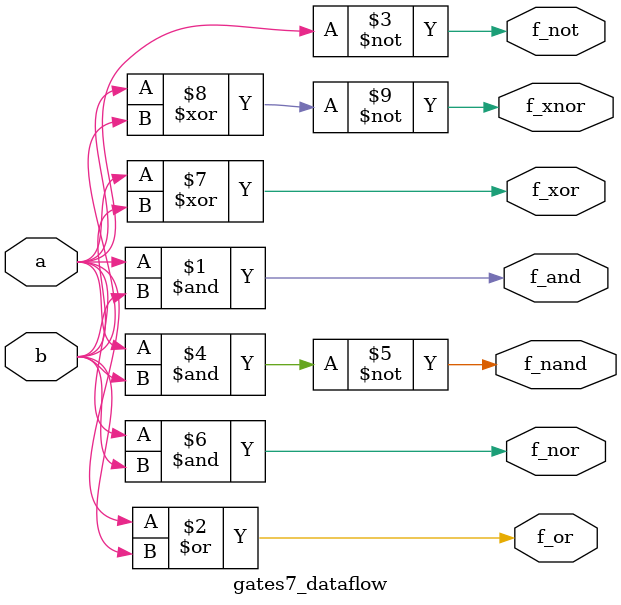
<source format=v>
module gates7_dataflow(a,b,f_and,f_or,f_not,f_nand,f_nor,f_xor,f_xnor);
    input a, b;
    output f_and, f_or, f_not, f_nand, f_nor, f_xor, f_xnor;
    assign f_and = a & b;
    assign f_or = a | b;
    assign f_not = ~a;
    assign f_nand = ~(a & b);
    assign f_nor = a & b;
    assign f_xor = a ^ b;
    assign f_xnor = ~(a ^ b);
endmodule 
</source>
